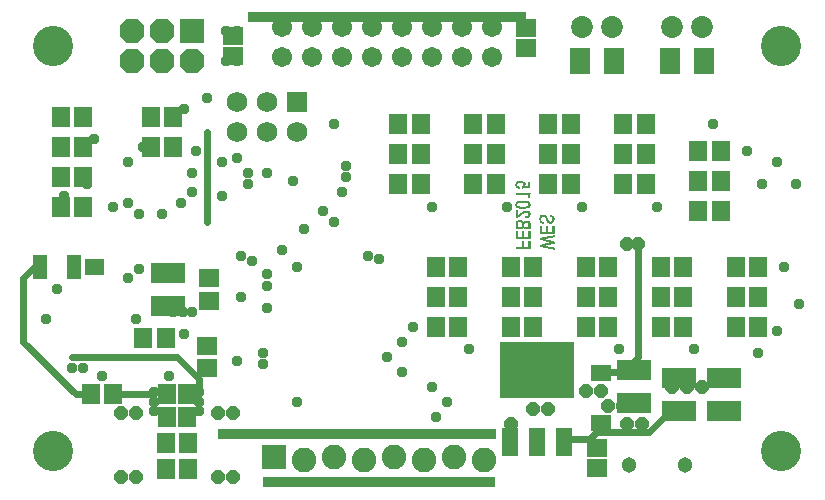
<source format=gbs>
G75*
G70*
%OFA0B0*%
%FSLAX24Y24*%
%IPPOS*%
%LPD*%
%AMOC8*
5,1,8,0,0,1.08239X$1,22.5*
%
%ADD10R,0.0010X0.0070*%
%ADD11R,0.0010X0.0060*%
%ADD12R,0.0010X0.0270*%
%ADD13R,0.0010X0.0190*%
%ADD14R,0.0010X0.0120*%
%ADD15R,0.0010X0.0130*%
%ADD16R,0.0010X0.0220*%
%ADD17R,0.0010X0.0150*%
%ADD18R,0.0010X0.0240*%
%ADD19R,0.0010X0.0170*%
%ADD20R,0.0010X0.0250*%
%ADD21R,0.0010X0.0260*%
%ADD22R,0.0010X0.0080*%
%ADD23R,0.0010X0.0090*%
%ADD24R,0.0010X0.0050*%
%ADD25R,0.0010X0.0230*%
%ADD26R,0.0010X0.0210*%
%ADD27R,0.0010X0.0200*%
%ADD28R,0.0010X0.0110*%
%ADD29R,0.0010X0.0160*%
%ADD30R,0.0010X0.0180*%
%ADD31R,0.0010X0.0140*%
%ADD32R,0.0010X0.0030*%
%ADD33R,0.0010X0.0100*%
%ADD34R,0.2500X0.1875*%
%ADD35R,0.9250X0.0375*%
%ADD36R,0.7750X0.0375*%
%ADD37C,0.0240*%
%ADD38R,0.0592X0.0710*%
%ADD39R,0.0592X0.0671*%
%ADD40C,0.1340*%
%ADD41R,0.0710X0.0867*%
%ADD42R,0.0680X0.0680*%
%ADD43C,0.0680*%
%ADD44C,0.0674*%
%ADD45R,0.0820X0.0820*%
%ADD46OC8,0.0820*%
%ADD47C,0.0820*%
%ADD48R,0.0474X0.0789*%
%ADD49R,0.0671X0.0592*%
%ADD50R,0.0710X0.0592*%
%ADD51R,0.0330X0.0580*%
%ADD52R,0.0560X0.0960*%
%ADD53R,0.1497X0.0946*%
%ADD54C,0.0513*%
%ADD55R,0.1143X0.0710*%
%ADD56R,0.0659X0.0580*%
%ADD57C,0.0730*%
%ADD58OC8,0.0358*%
%ADD59OC8,0.0437*%
D10*
X020030Y012155D03*
X020040Y012165D03*
X020050Y012165D03*
X020070Y012175D03*
X020080Y012175D03*
X020090Y012175D03*
X020100Y012175D03*
X020110Y012175D03*
X020120Y012175D03*
X020150Y012165D03*
X020170Y012155D03*
X020250Y012135D03*
X020260Y012145D03*
X020280Y012155D03*
X020290Y012155D03*
X020300Y012155D03*
X020330Y012155D03*
X020340Y012155D03*
X020350Y012155D03*
X020360Y012155D03*
X020370Y012145D03*
X020350Y012305D03*
X020340Y012305D03*
X020370Y012315D03*
X020380Y012325D03*
X020380Y012475D03*
X020370Y012485D03*
X020360Y012485D03*
X020340Y012495D03*
X020330Y012495D03*
X020320Y012495D03*
X020310Y012495D03*
X020300Y012495D03*
X020290Y012495D03*
X020270Y012485D03*
X020260Y012485D03*
X020240Y012475D03*
X020230Y012475D03*
X020220Y012465D03*
X020210Y012455D03*
X020200Y012455D03*
X020190Y012445D03*
X020180Y012435D03*
X020170Y012435D03*
X020160Y012425D03*
X020150Y012415D03*
X020140Y012405D03*
X020130Y012405D03*
X020120Y012395D03*
X020110Y012385D03*
X020090Y012375D03*
X020080Y012365D03*
X020070Y012355D03*
X020040Y012335D03*
X020100Y012625D03*
X020110Y012625D03*
X020120Y012625D03*
X020130Y012625D03*
X020140Y012625D03*
X020150Y012625D03*
X020160Y012625D03*
X020170Y012625D03*
X020180Y012625D03*
X020190Y012625D03*
X020200Y012625D03*
X020210Y012625D03*
X020220Y012625D03*
X020230Y012625D03*
X020240Y012625D03*
X020250Y012625D03*
X020260Y012625D03*
X020270Y012625D03*
X020280Y012625D03*
X020290Y012625D03*
X020300Y012625D03*
X020340Y012635D03*
X020350Y012635D03*
X020370Y012645D03*
X020380Y012655D03*
X020440Y012725D03*
X020390Y012785D03*
X020380Y012795D03*
X020360Y012805D03*
X020340Y012815D03*
X020330Y012815D03*
X020280Y012825D03*
X020270Y012825D03*
X020260Y012825D03*
X020250Y012825D03*
X020240Y012825D03*
X020230Y012825D03*
X020220Y012825D03*
X020210Y012825D03*
X020200Y012825D03*
X020190Y012825D03*
X020180Y012825D03*
X020170Y012825D03*
X020160Y012825D03*
X020150Y012825D03*
X020140Y012825D03*
X020130Y012825D03*
X020120Y012825D03*
X020070Y012815D03*
X020060Y012815D03*
X020040Y012805D03*
X020030Y012805D03*
X020020Y012795D03*
X020010Y012785D03*
X019960Y012725D03*
X020020Y012655D03*
X020030Y012645D03*
X020050Y012635D03*
X020060Y012635D03*
X020060Y013065D03*
X020070Y013065D03*
X020080Y013065D03*
X020090Y013065D03*
X020100Y013065D03*
X020110Y013065D03*
X020120Y013065D03*
X020130Y013065D03*
X020140Y013065D03*
X020150Y013065D03*
X020160Y013065D03*
X020170Y013065D03*
X020180Y013065D03*
X020190Y013065D03*
X020200Y013065D03*
X020210Y013065D03*
X020220Y013065D03*
X020230Y013065D03*
X020240Y013065D03*
X020250Y013065D03*
X020260Y013065D03*
X020270Y013065D03*
X020280Y013065D03*
X020290Y013065D03*
X020300Y013065D03*
X020310Y013065D03*
X020320Y013065D03*
X020330Y013065D03*
X020340Y013065D03*
X020350Y013065D03*
X020360Y013065D03*
X020370Y013065D03*
X020210Y013305D03*
X020060Y013295D03*
X020050Y013295D03*
X020030Y013305D03*
X019960Y013385D03*
X020030Y013465D03*
X020050Y013475D03*
X020060Y013475D03*
X020090Y013485D03*
X020100Y013485D03*
X020110Y013485D03*
X020120Y013485D03*
X020130Y013485D03*
X020140Y013485D03*
X020170Y013475D03*
X020180Y013475D03*
X020190Y013475D03*
X020200Y013465D03*
X020050Y013065D03*
X020040Y013065D03*
X020030Y013065D03*
X020020Y013065D03*
X020010Y013065D03*
X020000Y013065D03*
X019990Y013065D03*
X019980Y013065D03*
X019970Y013065D03*
X020830Y012335D03*
X020840Y012335D03*
X020850Y012345D03*
X020860Y012345D03*
X020870Y012345D03*
X020880Y012345D03*
X020890Y012345D03*
X020900Y012345D03*
X020910Y012345D03*
X020920Y012345D03*
X020930Y012335D03*
X021110Y012345D03*
X021120Y012345D03*
X021130Y012345D03*
X021150Y012335D03*
X021160Y012335D03*
X021170Y012325D03*
X021170Y012135D03*
X021160Y012135D03*
X021150Y012125D03*
X021140Y012125D03*
X021130Y012125D03*
X021100Y012125D03*
X021090Y012125D03*
X021080Y012125D03*
X021070Y012135D03*
X020860Y012115D03*
X020850Y012115D03*
X020840Y012125D03*
X021020Y011625D03*
X021070Y011635D03*
X021120Y011645D03*
X021170Y011655D03*
X021180Y011655D03*
X021210Y011665D03*
X021220Y011665D03*
X021230Y011665D03*
X021210Y011465D03*
X021200Y011465D03*
X021150Y011275D03*
X021140Y011275D03*
X021100Y011285D03*
X021090Y011285D03*
X021050Y011295D03*
X021040Y011295D03*
X020990Y011305D03*
X020940Y011315D03*
X021190Y011265D03*
X021200Y011265D03*
X021210Y011265D03*
X021240Y011255D03*
X020800Y011575D03*
X020790Y011575D03*
X020780Y011575D03*
X020770Y011575D03*
D11*
X020920Y011540D03*
X020940Y011530D03*
X020950Y011530D03*
X020960Y011530D03*
X020980Y011520D03*
X020990Y011520D03*
X021000Y011520D03*
X021020Y011510D03*
X021030Y011510D03*
X021040Y011510D03*
X021050Y011510D03*
X021060Y011500D03*
X021070Y011500D03*
X021080Y011500D03*
X021090Y011500D03*
X021090Y011430D03*
X021100Y011430D03*
X021080Y011430D03*
X021070Y011420D03*
X021060Y011420D03*
X021050Y011420D03*
X021040Y011420D03*
X021020Y011410D03*
X021010Y011410D03*
X021000Y011410D03*
X020980Y011400D03*
X020970Y011400D03*
X020960Y011400D03*
X020940Y011390D03*
X020930Y011390D03*
X020920Y011390D03*
X020920Y011320D03*
X020930Y011320D03*
X020910Y011320D03*
X020950Y011310D03*
X020960Y011310D03*
X020970Y011310D03*
X020980Y011310D03*
X021000Y011300D03*
X021010Y011300D03*
X021020Y011300D03*
X021030Y011300D03*
X021060Y011290D03*
X021070Y011290D03*
X021080Y011290D03*
X021110Y011280D03*
X021120Y011280D03*
X021130Y011280D03*
X021160Y011270D03*
X021170Y011270D03*
X021180Y011270D03*
X021220Y011260D03*
X021230Y011260D03*
X021230Y011460D03*
X021240Y011460D03*
X021220Y011460D03*
X021160Y011650D03*
X021150Y011650D03*
X021140Y011650D03*
X021130Y011650D03*
X021110Y011640D03*
X021100Y011640D03*
X021090Y011640D03*
X021080Y011640D03*
X021060Y011630D03*
X021050Y011630D03*
X021040Y011630D03*
X021030Y011630D03*
X021010Y011620D03*
X021000Y011620D03*
X020990Y011620D03*
X020980Y011620D03*
X020970Y011620D03*
X020960Y011610D03*
X020950Y011610D03*
X020940Y011610D03*
X020930Y011610D03*
X020920Y011610D03*
X020920Y011790D03*
X020930Y011790D03*
X020940Y011790D03*
X020950Y011790D03*
X020960Y011790D03*
X020970Y011790D03*
X020980Y011790D03*
X021040Y011790D03*
X021050Y011790D03*
X021060Y011790D03*
X021070Y011790D03*
X021080Y011790D03*
X021090Y011790D03*
X021100Y011790D03*
X021110Y011790D03*
X021120Y011790D03*
X021130Y011790D03*
X021140Y011790D03*
X021150Y011790D03*
X021160Y011790D03*
X021170Y011790D03*
X021180Y011790D03*
X021190Y011790D03*
X021190Y011660D03*
X021200Y011660D03*
X021240Y011670D03*
X020910Y011790D03*
X020900Y011790D03*
X020890Y011790D03*
X020880Y011790D03*
X020870Y011790D03*
X020860Y011790D03*
X020850Y011790D03*
X020840Y011790D03*
X020830Y011790D03*
X020820Y011790D03*
X020780Y011350D03*
X020770Y011350D03*
X020390Y011290D03*
X020380Y011290D03*
X020370Y011290D03*
X020360Y011290D03*
X020350Y011290D03*
X020340Y011290D03*
X020330Y011290D03*
X020320Y011290D03*
X020310Y011290D03*
X020300Y011290D03*
X020290Y011290D03*
X020280Y011290D03*
X020270Y011290D03*
X020260Y011290D03*
X020250Y011290D03*
X020240Y011290D03*
X020230Y011290D03*
X020170Y011290D03*
X020160Y011290D03*
X020150Y011290D03*
X020140Y011290D03*
X020130Y011290D03*
X020120Y011290D03*
X020110Y011290D03*
X020100Y011290D03*
X020090Y011290D03*
X020080Y011290D03*
X020070Y011290D03*
X020060Y011290D03*
X020050Y011290D03*
X020040Y011290D03*
X020030Y011290D03*
X020020Y011290D03*
X020010Y011290D03*
X020000Y011290D03*
X019990Y011290D03*
X019980Y011290D03*
X019970Y011290D03*
X020020Y011620D03*
X020030Y011620D03*
X020040Y011620D03*
X020050Y011620D03*
X020060Y011620D03*
X020070Y011620D03*
X020080Y011620D03*
X020090Y011620D03*
X020100Y011620D03*
X020110Y011620D03*
X020120Y011620D03*
X020130Y011620D03*
X020140Y011620D03*
X020150Y011620D03*
X020160Y011620D03*
X020170Y011620D03*
X020180Y011620D03*
X020240Y011620D03*
X020250Y011620D03*
X020260Y011620D03*
X020270Y011620D03*
X020280Y011620D03*
X020290Y011620D03*
X020300Y011620D03*
X020310Y011620D03*
X020320Y011620D03*
X020330Y011620D03*
X020340Y011620D03*
X020350Y011620D03*
X020360Y011620D03*
X020370Y011620D03*
X020380Y011620D03*
X020390Y011620D03*
X020390Y011950D03*
X020380Y011950D03*
X020370Y011950D03*
X020360Y011950D03*
X020350Y011950D03*
X020340Y011950D03*
X020330Y011950D03*
X020320Y011950D03*
X020310Y011950D03*
X020300Y011950D03*
X020290Y011950D03*
X020280Y011950D03*
X020270Y011950D03*
X020260Y011950D03*
X020250Y011950D03*
X020240Y011950D03*
X020180Y011950D03*
X020170Y011950D03*
X020160Y011950D03*
X020150Y011950D03*
X020140Y011950D03*
X020130Y011950D03*
X020120Y011950D03*
X020110Y011950D03*
X020100Y011950D03*
X020090Y011950D03*
X020080Y011950D03*
X020070Y011950D03*
X020060Y011950D03*
X020050Y011950D03*
X020040Y011950D03*
X020030Y011950D03*
X020020Y011950D03*
X020060Y012170D03*
X020130Y012170D03*
X020140Y012170D03*
X020160Y012160D03*
X020270Y012150D03*
X020310Y012160D03*
X020320Y012160D03*
X020320Y012300D03*
X020330Y012300D03*
X020310Y012300D03*
X020300Y012300D03*
X020360Y012310D03*
X020350Y012490D03*
X020280Y012490D03*
X020250Y012480D03*
X020310Y012630D03*
X020320Y012630D03*
X020330Y012630D03*
X020360Y012640D03*
X020370Y012800D03*
X020350Y012810D03*
X020320Y012820D03*
X020310Y012820D03*
X020300Y012820D03*
X020290Y012820D03*
X020370Y012970D03*
X020110Y012820D03*
X020100Y012820D03*
X020090Y012820D03*
X020080Y012820D03*
X020050Y012810D03*
X020040Y012640D03*
X020070Y012630D03*
X020080Y012630D03*
X020090Y012630D03*
X020870Y012110D03*
X020880Y012110D03*
X020890Y012110D03*
X020900Y012110D03*
X021110Y012120D03*
X021120Y012120D03*
X021140Y012340D03*
X020390Y013310D03*
X020380Y013310D03*
X020370Y013310D03*
X020360Y013310D03*
X020350Y013310D03*
X020340Y013310D03*
X020330Y013310D03*
X020320Y013310D03*
X020310Y013310D03*
X020300Y013310D03*
X020290Y013310D03*
X020280Y013300D03*
X020270Y013300D03*
X020260Y013300D03*
X020200Y013300D03*
X020190Y013300D03*
X020090Y013290D03*
X020080Y013290D03*
X020070Y013290D03*
X020040Y013300D03*
X020040Y013470D03*
X020070Y013480D03*
X020080Y013480D03*
X020150Y013480D03*
X020160Y013480D03*
X020270Y013400D03*
D12*
X020010Y012405D03*
X020000Y012405D03*
X019990Y012405D03*
X019980Y012405D03*
X019970Y012405D03*
X020770Y011895D03*
X020780Y011895D03*
X020790Y011895D03*
X020800Y011895D03*
X020810Y011895D03*
X021200Y011895D03*
X021210Y011895D03*
X021220Y011895D03*
X021230Y011895D03*
X021240Y011895D03*
X020440Y011725D03*
X020430Y011725D03*
X020420Y011725D03*
X020410Y011725D03*
X020400Y011725D03*
X020400Y011395D03*
X020410Y011395D03*
X020420Y011395D03*
X020430Y011395D03*
X020440Y011395D03*
X020010Y011725D03*
X020000Y011725D03*
X019990Y011725D03*
X019980Y011725D03*
X019970Y011725D03*
D13*
X019970Y012015D03*
X020780Y012235D03*
X020400Y012725D03*
X020000Y012725D03*
X020000Y013385D03*
X019990Y013385D03*
D14*
X019970Y012720D03*
X020430Y012720D03*
X020900Y011570D03*
X020910Y011570D03*
X020900Y011350D03*
X020890Y011350D03*
X021110Y011460D03*
D15*
X021020Y012195D03*
X020990Y012255D03*
X020980Y012275D03*
X020430Y012405D03*
X019970Y013385D03*
D16*
X020230Y013380D03*
X020400Y013390D03*
X021200Y012230D03*
X020420Y012030D03*
X020220Y012030D03*
X020210Y012030D03*
X019980Y012030D03*
D17*
X020770Y012235D03*
X020420Y012725D03*
X019980Y012725D03*
X019980Y013385D03*
D18*
X019990Y012040D03*
X020200Y012040D03*
X020410Y012040D03*
X020800Y012230D03*
X020990Y011880D03*
X021000Y011880D03*
X021010Y011880D03*
X021020Y011880D03*
X021030Y011880D03*
X020230Y011710D03*
X020220Y011710D03*
X020210Y011710D03*
X020200Y011710D03*
X020190Y011710D03*
X020190Y011380D03*
X020200Y011380D03*
X020210Y011380D03*
X020220Y011380D03*
X020180Y011380D03*
D19*
X019990Y012725D03*
X020410Y012725D03*
D20*
X020400Y012045D03*
X020190Y012045D03*
X020000Y012045D03*
D21*
X020010Y012050D03*
D22*
X020180Y012140D03*
X020240Y012120D03*
X020380Y012140D03*
X020390Y012330D03*
X020440Y012400D03*
X020390Y012660D03*
X020010Y012660D03*
X020100Y012380D03*
X020060Y012350D03*
X020050Y012340D03*
X020030Y012330D03*
X020020Y012320D03*
X020820Y012330D03*
X020940Y012330D03*
X020950Y012320D03*
X021050Y012150D03*
X021060Y012140D03*
X021180Y012140D03*
X021240Y012230D03*
X021180Y012320D03*
X020830Y012130D03*
X020820Y012140D03*
X020810Y011570D03*
X020810Y011350D03*
X020820Y011350D03*
X020800Y011350D03*
X020790Y011350D03*
X021180Y011460D03*
X021190Y011460D03*
X020430Y013060D03*
X020220Y013310D03*
X020220Y013450D03*
X020210Y013460D03*
X020020Y013460D03*
X020010Y013450D03*
X020010Y013320D03*
X020020Y013310D03*
D23*
X020390Y012465D03*
X020390Y012125D03*
X020020Y012145D03*
X020760Y012235D03*
X020810Y012155D03*
X020810Y012315D03*
X021190Y012305D03*
X021190Y012155D03*
X020840Y011575D03*
X020830Y011575D03*
X020820Y011575D03*
X020830Y011355D03*
X021160Y011465D03*
X021170Y011465D03*
D24*
X021100Y011495D03*
X021010Y011515D03*
X020970Y011525D03*
X020930Y011535D03*
X020950Y011395D03*
X020990Y011405D03*
X021030Y011415D03*
X020910Y011385D03*
X020180Y013295D03*
D25*
X020230Y012035D03*
D26*
X020430Y012025D03*
X020790Y012235D03*
X020430Y013395D03*
X020420Y013395D03*
X020410Y013395D03*
X020240Y013375D03*
D27*
X020250Y013370D03*
X020400Y012400D03*
X021210Y012230D03*
D28*
X021030Y012175D03*
X020970Y012295D03*
X020890Y011575D03*
X020880Y011575D03*
X020870Y011575D03*
X020870Y011355D03*
X020880Y011355D03*
X021120Y011465D03*
X021130Y011465D03*
X020260Y013405D03*
D29*
X020380Y013020D03*
X020390Y013020D03*
X020400Y013020D03*
X020410Y013020D03*
X020420Y012400D03*
D30*
X020410Y012400D03*
X020440Y012010D03*
X021220Y012230D03*
D31*
X021230Y012230D03*
X021010Y012220D03*
X021000Y012240D03*
X020420Y013030D03*
D32*
X020440Y013085D03*
D33*
X020960Y012310D03*
X021040Y012160D03*
X020860Y011570D03*
X020850Y011570D03*
X020850Y011350D03*
X020860Y011350D03*
X020840Y011350D03*
X021140Y011460D03*
X021150Y011460D03*
D34*
X020650Y007213D03*
D35*
X014650Y005088D03*
X015650Y018963D03*
D36*
X015400Y003463D03*
X015400Y003463D03*
D37*
X009400Y006525D02*
X009400Y006900D01*
X008650Y007650D01*
X005150Y007650D01*
X005275Y006400D02*
X003525Y008150D01*
X003525Y010275D01*
X003900Y010650D01*
X004025Y010650D01*
X009650Y012150D02*
X009650Y015150D01*
X007900Y006400D02*
X006650Y006400D01*
X005650Y006400D02*
X005275Y006400D01*
X021650Y004900D02*
X022400Y004900D01*
X022650Y005150D01*
X024400Y005150D01*
X025025Y005775D01*
X023525Y007150D02*
X022900Y007150D01*
X023650Y007275D02*
X024025Y007650D01*
X024025Y011400D01*
D38*
X024776Y010650D03*
X025524Y010650D03*
X025524Y009650D03*
X024776Y009650D03*
X023024Y009650D03*
X022276Y009650D03*
X022276Y010650D03*
X023024Y010650D03*
X020524Y010650D03*
X019776Y010650D03*
X019776Y009650D03*
X020524Y009650D03*
X018024Y009650D03*
X017276Y009650D03*
X017276Y010650D03*
X018024Y010650D03*
X018526Y014400D03*
X019274Y014400D03*
X019274Y015400D03*
X018526Y015400D03*
X016774Y015400D03*
X016026Y015400D03*
X016026Y014400D03*
X016774Y014400D03*
X021026Y014400D03*
X021774Y014400D03*
X021774Y015400D03*
X021026Y015400D03*
X023526Y015400D03*
X024274Y015400D03*
X024274Y014400D03*
X023526Y014400D03*
X026026Y014525D03*
X026774Y014525D03*
X026774Y013525D03*
X026026Y013525D03*
X027276Y010650D03*
X028024Y010650D03*
X028024Y009650D03*
X027276Y009650D03*
X008524Y014650D03*
X007776Y014650D03*
X007776Y015650D03*
X008524Y015650D03*
X005524Y015650D03*
X004776Y015650D03*
X004776Y014650D03*
X005524Y014650D03*
X005524Y013650D03*
X004776Y013650D03*
X004776Y012650D03*
X005524Y012650D03*
D39*
X007526Y008275D03*
X008274Y008275D03*
X008315Y006400D03*
X008985Y006400D03*
X008985Y005650D03*
X008315Y005650D03*
X008276Y004775D03*
X009024Y004775D03*
X009024Y003900D03*
X008276Y003900D03*
X006524Y006400D03*
X005776Y006400D03*
X016026Y013400D03*
X016774Y013400D03*
X018526Y013400D03*
X019274Y013400D03*
X021026Y013400D03*
X021774Y013400D03*
X023526Y013400D03*
X024274Y013400D03*
X026026Y012525D03*
X026774Y012525D03*
X027276Y008650D03*
X028024Y008650D03*
X025524Y008650D03*
X024776Y008650D03*
X023024Y008650D03*
X022276Y008650D03*
X020524Y008650D03*
X019776Y008650D03*
X018024Y008650D03*
X017276Y008650D03*
D40*
X004525Y004525D03*
X004525Y018025D03*
X028775Y018025D03*
X028775Y004525D03*
D41*
X026201Y017525D03*
X025099Y017525D03*
X023201Y017525D03*
X022099Y017525D03*
D42*
X012650Y016150D03*
D43*
X011650Y016150D03*
X010650Y016150D03*
X010650Y015150D03*
X011650Y015150D03*
X012650Y015150D03*
D44*
X012150Y017650D03*
X013150Y017650D03*
X014150Y017650D03*
X015150Y017650D03*
X016150Y017650D03*
X017150Y017650D03*
X018150Y017650D03*
X019150Y017650D03*
X019150Y018650D03*
X018150Y018650D03*
X017150Y018650D03*
X016150Y018650D03*
X015150Y018650D03*
X014150Y018650D03*
X013150Y018650D03*
X012150Y018650D03*
D45*
X009150Y018525D03*
X011900Y004325D03*
D46*
X009150Y017525D03*
X008150Y017525D03*
X007150Y017525D03*
X007150Y018525D03*
X008150Y018525D03*
D47*
X012900Y004225D03*
X013900Y004325D03*
X014900Y004225D03*
X015900Y004325D03*
X016900Y004225D03*
X017900Y004325D03*
X018900Y004225D03*
D48*
X005201Y010650D03*
X004099Y010650D03*
D49*
X009650Y008024D03*
X009650Y007276D03*
X022650Y004610D03*
X022650Y003940D03*
X010525Y017690D03*
X010525Y018360D03*
X020275Y018610D03*
X020275Y017940D03*
D50*
X009713Y010294D03*
X009713Y009506D03*
D51*
X006062Y010650D03*
X005738Y010650D03*
D52*
X019740Y004805D03*
X020650Y004805D03*
X021560Y004805D03*
D53*
X020650Y007245D03*
D54*
X023725Y004044D03*
X025575Y004044D03*
D55*
X025400Y005849D03*
X023900Y006099D03*
X025400Y006951D03*
X023900Y007201D03*
X026900Y006951D03*
X026900Y005849D03*
X008338Y009349D03*
X008338Y010451D03*
D56*
X022775Y007121D03*
X022775Y005429D03*
D57*
X023142Y018650D03*
X022158Y018650D03*
X025158Y018650D03*
X026142Y018650D03*
D58*
X026525Y015400D03*
X027650Y014525D03*
X028650Y014150D03*
X028150Y013400D03*
X029275Y013400D03*
X028900Y010650D03*
X029400Y009400D03*
X028650Y008525D03*
X028025Y007775D03*
X025900Y007900D03*
X025650Y008650D03*
X023400Y007900D03*
X023150Y008650D03*
X020900Y007900D03*
X020650Y008650D03*
X018400Y007900D03*
X018150Y008650D03*
X016525Y008650D03*
X016150Y008150D03*
X015650Y007650D03*
X016150Y007150D03*
X017150Y006650D03*
X017650Y006150D03*
X017275Y005650D03*
X012650Y006150D03*
X011525Y007400D03*
X011525Y007775D03*
X010650Y007525D03*
X009400Y006463D03*
X009400Y006150D03*
X009400Y005838D03*
X007900Y005838D03*
X007900Y006150D03*
X007900Y006463D03*
X008400Y007025D03*
X008900Y008400D03*
X008838Y009150D03*
X009150Y009150D03*
X008525Y009150D03*
X008275Y009400D03*
X007963Y009400D03*
X007275Y008900D03*
X007025Y010275D03*
X007400Y010588D03*
X007400Y012400D03*
X007025Y012775D03*
X006525Y012650D03*
X005650Y013400D03*
X004900Y013025D03*
X004650Y013525D03*
X005900Y014900D03*
X007025Y014150D03*
X007525Y014650D03*
X009275Y014525D03*
X009150Y013775D03*
X009150Y013150D03*
X008775Y012775D03*
X008150Y012400D03*
X010150Y013025D03*
X011025Y013400D03*
X011025Y013775D03*
X010650Y014275D03*
X010150Y014150D03*
X011650Y013775D03*
X012525Y013525D03*
X013525Y012525D03*
X013900Y012150D03*
X012900Y011900D03*
X012150Y011213D03*
X012650Y010650D03*
X011650Y010400D03*
X011650Y010025D03*
X011650Y009275D03*
X010775Y009650D03*
X011150Y010838D03*
X010775Y011025D03*
X014150Y013150D03*
X014275Y013650D03*
X014275Y014025D03*
X013900Y015400D03*
X016900Y013400D03*
X017150Y012650D03*
X019400Y013400D03*
X019650Y012650D03*
X021900Y013400D03*
X022150Y012650D03*
X024400Y013400D03*
X024650Y012650D03*
X015400Y010900D03*
X015025Y011025D03*
X008900Y015900D03*
X009650Y016275D03*
X010275Y017525D03*
X010650Y017525D03*
X010650Y018525D03*
X010275Y018525D03*
X004775Y015775D03*
X004650Y009900D03*
X004275Y008900D03*
X005150Y007275D03*
X005525Y007275D03*
X006150Y007025D03*
D59*
X006775Y005775D03*
X007275Y005775D03*
X010025Y005775D03*
X010525Y005775D03*
X010525Y003650D03*
X010025Y003650D03*
X007275Y003650D03*
X006775Y003650D03*
X019775Y004900D03*
X019775Y005400D03*
X020525Y005900D03*
X021025Y005900D03*
X022275Y006525D03*
X022775Y006525D03*
X023025Y006025D03*
X023525Y006025D03*
X023650Y005400D03*
X024150Y005400D03*
X025150Y006650D03*
X025650Y006650D03*
X026150Y006650D03*
X024025Y011400D03*
X023650Y011400D03*
M02*

</source>
